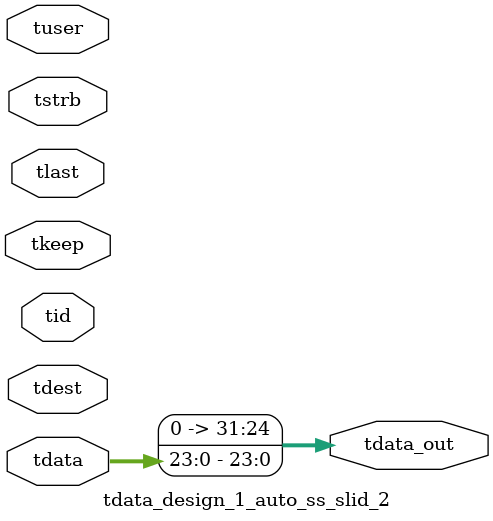
<source format=v>


`timescale 1ps/1ps

module tdata_design_1_auto_ss_slid_2 #
(
parameter C_S_AXIS_TDATA_WIDTH = 32,
parameter C_S_AXIS_TUSER_WIDTH = 0,
parameter C_S_AXIS_TID_WIDTH   = 0,
parameter C_S_AXIS_TDEST_WIDTH = 0,
parameter C_M_AXIS_TDATA_WIDTH = 32
)
(
input  [(C_S_AXIS_TDATA_WIDTH == 0 ? 1 : C_S_AXIS_TDATA_WIDTH)-1:0     ] tdata,
input  [(C_S_AXIS_TUSER_WIDTH == 0 ? 1 : C_S_AXIS_TUSER_WIDTH)-1:0     ] tuser,
input  [(C_S_AXIS_TID_WIDTH   == 0 ? 1 : C_S_AXIS_TID_WIDTH)-1:0       ] tid,
input  [(C_S_AXIS_TDEST_WIDTH == 0 ? 1 : C_S_AXIS_TDEST_WIDTH)-1:0     ] tdest,
input  [(C_S_AXIS_TDATA_WIDTH/8)-1:0 ] tkeep,
input  [(C_S_AXIS_TDATA_WIDTH/8)-1:0 ] tstrb,
input                                                                    tlast,
output [C_M_AXIS_TDATA_WIDTH-1:0] tdata_out
);

assign tdata_out = {tdata[23:0]};

endmodule


</source>
